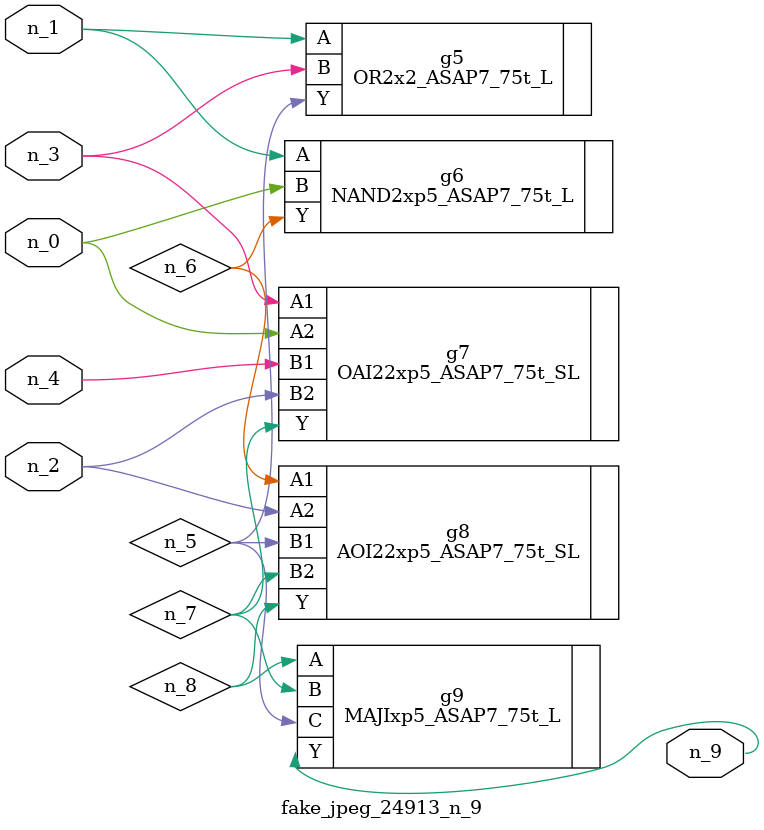
<source format=v>
module fake_jpeg_24913_n_9 (n_3, n_2, n_1, n_0, n_4, n_9);

input n_3;
input n_2;
input n_1;
input n_0;
input n_4;

output n_9;

wire n_8;
wire n_6;
wire n_5;
wire n_7;

OR2x2_ASAP7_75t_L g5 ( 
.A(n_1),
.B(n_3),
.Y(n_5)
);

NAND2xp5_ASAP7_75t_L g6 ( 
.A(n_1),
.B(n_0),
.Y(n_6)
);

OAI22xp5_ASAP7_75t_SL g7 ( 
.A1(n_3),
.A2(n_0),
.B1(n_4),
.B2(n_2),
.Y(n_7)
);

AOI22xp5_ASAP7_75t_SL g8 ( 
.A1(n_6),
.A2(n_2),
.B1(n_5),
.B2(n_7),
.Y(n_8)
);

MAJIxp5_ASAP7_75t_L g9 ( 
.A(n_8),
.B(n_7),
.C(n_5),
.Y(n_9)
);


endmodule
</source>
